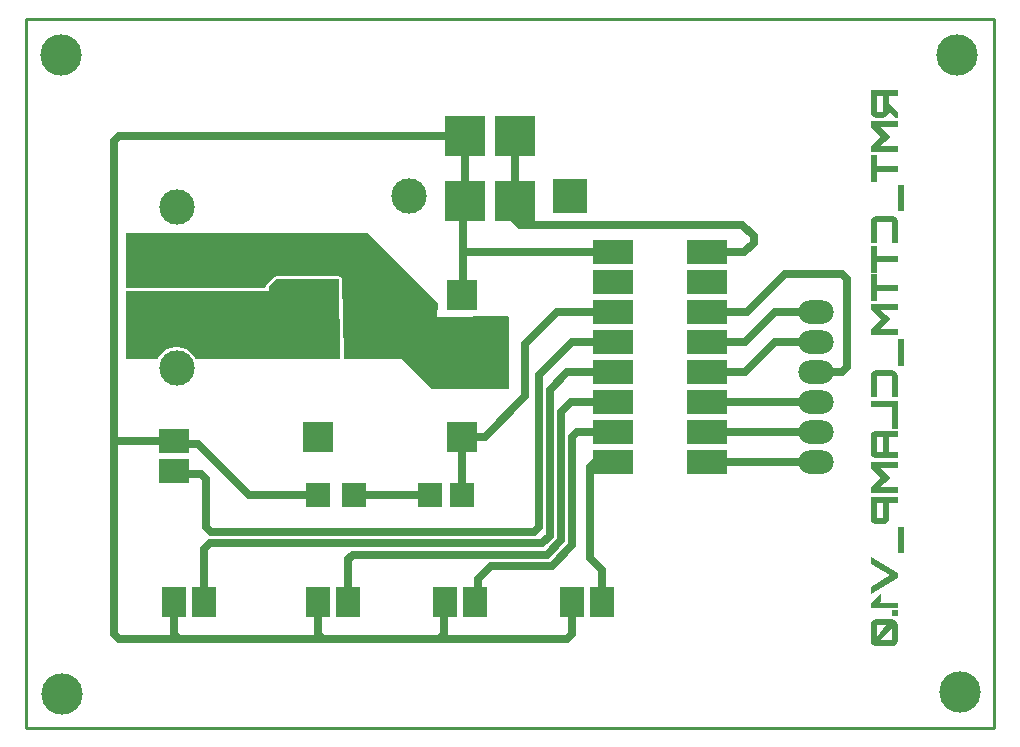
<source format=gbr>
%FSTAX23Y23*%
%MOIN*%
%SFA1B1*%

%IPPOS*%
%ADD10R,0.098425X0.098425*%
%ADD11R,0.137795X0.137795*%
%ADD12R,0.118110X0.118110*%
%ADD13C,0.118110*%
%ADD14R,0.137795X0.137795*%
%ADD15R,0.078740X0.098425*%
%ADD16O,0.118110X0.078740*%
%ADD17R,0.137795X0.078740*%
%ADD18R,0.098425X0.078740*%
%ADD19C,0.137795*%
%ADD20R,0.078740X0.078740*%
%ADD21R,0.078740X0.078740*%
%ADD22C,0.010000*%
%ADD23C,0.027559*%
%LNclamp_pcb_copper_signal_bot-1*%
%LPD*%
G36*
X01049Y01233D02*
X01046Y0123D01*
X00565*
X00564Y01232*
X00556Y01243*
X00547Y01253*
X00535Y01261*
X00523Y01266*
X00509Y01269*
X00496*
X00482Y01266*
X0047Y01261*
X00459Y01253*
X00449Y01243*
X00441Y01232*
X0044Y0123*
X00335*
Y01455*
X0081*
Y0147*
X00835Y01495*
X01045*
X01049Y01233*
G37*
G36*
X01375Y01415D02*
X0137Y0137D01*
X01606Y01372*
X0161Y01369*
Y0113*
X01355*
X01255Y0123*
X01064*
X0106Y01233*
X0106Y01233*
X01055Y01495*
X01054Y01497*
X01054Y01498*
X01054Y01498*
X01054Y01499*
X01053Y015*
X01052Y01502*
X01052Y01502*
X01052Y01502*
X0105Y01503*
X01048Y01504*
X01048Y01504*
X01048Y01504*
X01046Y01504*
X01045Y01505*
X00835*
X00831Y01504*
X00827Y01502*
X00802Y01477*
X008Y01473*
X00799Y0147*
Y01465*
X00335*
Y0165*
X0114*
X01375Y01415*
G37*
G36*
X02906Y02105D02*
X02877D01*
X02877Y02079*
X02906Y02054*
Y02034*
X029*
X02877Y02054*
X02877Y02079*
X02875Y02081*
Y02055*
X02877Y02054*
X02877Y02053*
X02876Y02051*
X02876Y02049*
X02876Y02047*
X02875Y02046*
X02875Y02045*
X02875Y02044*
X02874Y02044*
X02874Y02043*
X02873Y02042*
X02872Y02041*
X02871Y02039*
X0287Y02038*
X02869Y02038*
X02868Y02037*
X02867Y02037*
X02867Y02037*
X02866Y02036*
X02864Y02035*
X02862Y02035*
X02861Y02034*
X0286Y02034*
X02859Y02034*
X02858*
X02858*
X02835*
X02833Y02034*
X02831Y02034*
X0283Y02035*
X02828Y02035*
X02827Y02036*
X02826Y02036*
X02826Y02037*
X02825Y02037*
X02824Y02038*
X02823Y02039*
X02821Y0204*
X0282Y02041*
X0282Y02042*
X02819Y02043*
X02819Y02043*
X02819Y02043*
X02818Y02045*
X02817Y02047*
X02817Y02048*
X02816Y0205*
X02816Y02051*
X02816Y02052*
Y02125*
X02906*
Y02105*
G37*
G36*
Y02002D02*
X02846D01*
X02883Y0197*
X02846Y01939*
X02906*
Y0192*
X02816*
Y0194*
X02852Y0197*
X02816Y02001*
Y02021*
X02906*
Y02002*
G37*
G36*
X02836Y01874D02*
X02906D01*
Y01854*
X02836*
Y01819*
X02816*
Y01909*
X02836*
Y01874*
G37*
G36*
X02926Y01721D02*
X02906D01*
Y01809*
X02926*
Y01721*
G37*
G36*
X0289Y01705D02*
X02891Y01705D01*
X02893Y01705*
X02894Y01704*
X02896Y01704*
X02896Y01703*
X02897Y01703*
X02897Y01703*
X02899Y01702*
X029Y01701*
X02901Y017*
X02902Y01698*
X02903Y01698*
X02903Y01697*
X02904Y01696*
X02904Y01696*
X02905Y01695*
X02905Y01693*
X02906Y01691*
X02906Y0169*
X02906Y01689*
X02906Y01688*
Y01615*
X02887*
Y01682*
X02887Y01683*
X02886Y01684*
X02886Y01685*
X02886Y01685*
X02885Y01686*
X02884Y01686*
X02883Y01686*
X02883*
X02883*
X0284*
X02838Y01686*
X02837Y01685*
X02837Y01685*
X02837Y01685*
X02836Y01684*
X02836Y01683*
X02836Y01682*
Y01615*
X02816*
Y01687*
X02816Y01689*
X02816Y0169*
X02817Y01692*
X02817Y01693*
X02818Y01695*
X02818Y01695*
X02818Y01696*
X02818Y01696*
X0282Y01698*
X02821Y01699*
X02822Y017*
X02823Y01701*
X02824Y01702*
X02825Y01702*
X02825Y01703*
X02825Y01703*
X02827Y01704*
X02828Y01704*
X0283Y01705*
X02831Y01705*
X02833Y01705*
X02834Y01705*
X02834*
X02834*
X02888*
X0289Y01705*
G37*
G36*
X02836Y01571D02*
X02906D01*
Y01552*
X02836*
Y01516*
X02816*
Y01607*
X02836*
Y01571*
G37*
G36*
Y01476D02*
X02906D01*
Y01456*
X02836*
Y01421*
X02816*
Y01511*
X02836*
Y01476*
G37*
G36*
X02906Y01392D02*
X02846D01*
X02883Y01361*
X02846Y0133*
X02906*
Y0131*
X02816*
Y0133*
X02852Y01361*
X02816Y01391*
Y01412*
X02906*
Y01392*
G37*
G36*
X02926Y01206D02*
X02906D01*
Y01295*
X02926*
Y01206*
G37*
G36*
X0289Y01191D02*
X02891Y01191D01*
X02893Y0119*
X02894Y0119*
X02896Y01189*
X02896Y01189*
X02897Y01189*
X02897Y01189*
X02899Y01188*
X029Y01187*
X02901Y01185*
X02902Y01184*
X02903Y01183*
X02903Y01183*
X02904Y01182*
X02904Y01182*
X02905Y0118*
X02905Y01179*
X02906Y01177*
X02906Y01176*
X02906Y01174*
X02906Y01173*
Y01101*
X02887*
Y01168*
X02887Y01169*
X02886Y0117*
X02886Y0117*
X02886Y01171*
X02885Y01171*
X02884Y01172*
X02883Y01172*
X02883*
X02883*
X0284*
X02838Y01172*
X02837Y01171*
X02837Y01171*
X02837Y01171*
X02836Y0117*
X02836Y01169*
X02836Y01168*
Y01101*
X02816*
Y01173*
X02816Y01174*
X02816Y01176*
X02817Y01178*
X02817Y01179*
X02818Y0118*
X02818Y01181*
X02818Y01182*
X02818Y01182*
X0282Y01183*
X02821Y01185*
X02822Y01186*
X02823Y01187*
X02824Y01188*
X02825Y01188*
X02825Y01189*
X02825Y01189*
X02827Y01189*
X02828Y0119*
X0283Y0119*
X02831Y01191*
X02833Y01191*
X02834Y01191*
X02834*
X02834*
X02888*
X0289Y01191*
G37*
G36*
X02906Y00997D02*
X02887D01*
Y01068*
X02816*
Y01088*
X02906*
Y00997*
G37*
G36*
Y0097D02*
X02877D01*
Y00919*
X02906*
Y00899*
X02834*
X02833Y009*
X02831Y009*
X02829Y009*
X02828Y00901*
X02827Y00901*
X02826Y00902*
X02825Y00902*
X02825Y00902*
X02824Y00903*
X02822Y00904*
X02821Y00905*
X0282Y00906*
X0282Y00907*
X02819Y00908*
X02819Y00909*
X02818Y00909*
X02818Y0091*
X02817Y00912*
X02817Y00914*
X02816Y00915*
X02816Y00916*
X02816Y00917*
Y00971*
X02816Y00973*
X02816Y00975*
X02817Y00977*
X02817Y00978*
X02818Y00979*
X02818Y0098*
X02818Y00981*
X02818Y00981*
X0282Y00982*
X02821Y00983*
X02822Y00985*
X02823Y00986*
X02824Y00986*
X02825Y00987*
X02825Y00987*
X02825Y00987*
X02827Y00988*
X02828Y00989*
X0283Y00989*
X02831Y0099*
X02833Y0099*
X02834Y0099*
X02834*
X02834*
X02906*
Y0097*
G37*
G36*
Y00866D02*
X02846D01*
X02883Y00834*
X02846Y00803*
X02906*
Y00784*
X02816*
Y00804*
X02852Y00834*
X02816Y00865*
Y00885*
X02906*
Y00866*
G37*
G36*
Y00749D02*
X02877D01*
X02877Y00697*
X02876Y00695*
X02876Y00693*
X02876Y00692*
X02875Y0069*
X02875Y00689*
X02875Y00688*
X02874Y00688*
X02874Y00688*
X02873Y00686*
X02872Y00685*
X02871Y00684*
X0287Y00683*
X02869Y00682*
X02868Y00681*
X02867Y00681*
X02867Y00681*
X02866Y0068*
X02864Y00679*
X02862Y00679*
X02861Y00679*
X0286Y00678*
X02859Y00678*
X02858*
X02858*
X02835*
X02833Y00678*
X02831Y00679*
X0283Y00679*
X02828Y0068*
X02827Y0068*
X02826Y00681*
X02826Y00681*
X02825Y00681*
X02824Y00682*
X02823Y00683*
X02821Y00684*
X0282Y00685*
X0282Y00686*
X02819Y00687*
X02819Y00687*
X02819Y00688*
X02818Y00689*
X02817Y00691*
X02817Y00692*
X02816Y00694*
X02816Y00695*
X02816Y00696*
Y00769*
X02906*
Y00749*
G37*
G36*
X02926Y00581D02*
X02906D01*
Y0067*
X02926*
Y00581*
G37*
G36*
X02906Y00516D02*
Y00499D01*
X02816Y00447*
Y0047*
X02882Y00508*
X02816Y00546*
Y00568*
X02906Y00516*
G37*
G36*
X0285Y00421D02*
X02845Y00417D01*
X02906*
Y00398*
X02816*
Y00417*
X0285Y00446*
Y00421*
G37*
G36*
X02906Y00371D02*
X02887D01*
Y00391*
X02906*
Y00371*
G37*
G36*
X02889Y00361D02*
X0289Y00361D01*
X02892Y0036*
X02893Y0036*
X02894Y00359*
X02895Y00359*
X02896Y00359*
X02896Y00359*
X02898Y00357*
X02899Y00356*
X029Y00355*
X02902Y00354*
X02902Y00353*
X02903Y00353*
X02903Y00352*
X02904Y00352*
X02904Y0035*
X02905Y00349*
X02906Y00347*
X02906Y00346*
X02906Y00345*
X02906Y00344*
Y00291*
X02906Y00289*
X02906Y00287*
X02905Y00285*
X02905Y00284*
X02904Y00283*
X02904Y00282*
X02904Y00282*
X02904Y00282*
X02902Y0028*
X02901Y00279*
X029Y00278*
X02899Y00277*
X02898Y00276*
X02897Y00275*
X02896Y00275*
X02896Y00275*
X02894Y00274*
X02893Y00273*
X02891Y00273*
X0289Y00272*
X02889Y00272*
X02888Y00272*
X02887*
X02887*
X02835*
X02833Y00272*
X02831Y00273*
X0283Y00273*
X02828Y00274*
X02827Y00274*
X02826Y00274*
X02826Y00275*
X02825Y00275*
X02824Y00276*
X02823Y00277*
X02821Y00278*
X0282Y00279*
X0282Y0028*
X02819Y00281*
X02819Y00281*
X02818Y00282*
X02818Y00283*
X02817Y00285*
X02817Y00286*
X02816Y00288*
X02816Y00289*
X02816Y0029*
Y00343*
X02816Y00345*
X02816Y00346*
X02817Y00348*
X02817Y00349*
X02818Y0035*
X02818Y00351*
X02818Y00352*
X02818Y00352*
X0282Y00353*
X02821Y00355*
X02822Y00356*
X02823Y00357*
X02824Y00357*
X02825Y00358*
X02825Y00358*
X02825Y00359*
X02827Y00359*
X02829Y0036*
X0283Y0036*
X02832Y00361*
X02833Y00361*
X02834Y00361*
X02834*
X02835*
X02887*
X02889Y00361*
G37*
%LNclamp_pcb_copper_signal_bot-2*%
%LPC*%
G36*
X01534Y0123D02*
X01524Y01228D01*
X01516Y01223*
X01515Y01222*
X0151Y01214*
X01508Y01205*
X0151Y01195*
X01515Y01187*
X01523Y01182*
X01532Y0118*
X01542Y01182*
X01549Y01187*
X01551Y01189*
X01556Y01196*
X01558Y01206*
X01556Y01215*
X01551Y01223*
X01543Y01228*
X01534Y0123*
G37*
G36*
X02857Y02105D02*
X02836D01*
Y02054*
X02857*
Y02105*
G37*
G36*
X02858Y0097D02*
X02836D01*
Y00919*
X02858*
Y0097*
G37*
G36*
X02857Y00749D02*
X02836D01*
Y00698*
X02857*
Y00749*
G37*
G36*
X02869Y00342D02*
X02836D01*
Y00302*
X02869Y00342*
G37*
G36*
X02886Y00332D02*
X02852Y00292D01*
X02886*
Y00332*
G37*
%LNclamp_pcb_copper_signal_bot-3*%
%LPD*%
G54D10*
X01455Y01442D03*
Y0097D03*
X00975D03*
Y01442D03*
X01534Y01206D03*
G54D11*
X0163Y01755D03*
Y01971D03*
X01464D03*
Y01755D03*
G54D12*
X01815Y01773D03*
G54D13*
X01279Y01773D03*
X00503Y01735D03*
Y01199D03*
G54D14*
X00485Y0155D03*
X00701D03*
Y01385D03*
X00485D03*
G54D15*
X00595Y0042D03*
X00495D03*
X0192D03*
X0182D03*
X01497D03*
X01397D03*
X01075D03*
X00975D03*
G54D16*
X02634Y00985D03*
Y01085D03*
Y01285D03*
Y00885D03*
Y01385D03*
Y01185D03*
G54D17*
X02271Y00885D03*
Y00985D03*
Y01085D03*
Y01185D03*
Y01285D03*
Y01385D03*
Y01485D03*
Y01585D03*
X01958D03*
Y01485D03*
Y01385D03*
Y01285D03*
Y01185D03*
Y01085D03*
Y00985D03*
Y00885D03*
G54D18*
X00495Y00855D03*
Y00955D03*
G54D19*
X00122Y00114D03*
X03113Y0012D03*
X00119Y02241D03*
X03104Y02244D03*
G54D20*
X01455Y00775D03*
X01349D03*
G54D21*
X00974Y00775D03*
X01095D03*
G54D22*
X0Y0D02*
X03228D01*
X0Y02362D02*
X03228D01*
Y0D02*
Y02362D01*
X0Y0D02*
Y02362D01*
G54D23*
X0272Y01511D02*
X02736Y01495D01*
X0272Y01185D02*
X02736Y01201D01*
X0253Y01511D02*
X0272D01*
X02736Y01201D02*
Y01495D01*
X02634Y01185D02*
X0272D01*
X02271Y01385D02*
X02403D01*
X0253Y01511*
X02396Y01285D02*
X02496Y01385D01*
X02634*
X02271Y01285D02*
X02396D01*
Y01185D02*
X02496Y01285D01*
X02634*
X02271Y01185D02*
X02396D01*
X02271Y01085D02*
X02634D01*
X02271Y00985D02*
X02634D01*
X02271Y00885D02*
X02634D01*
X02395Y01585D02*
X02426Y01616D01*
Y01638*
X02389Y01675D02*
X02426Y01638D01*
X01646Y01675D02*
X02389D01*
X02271Y01585D02*
X02395D01*
X00745Y00775D02*
X00974D01*
X00504Y00945D02*
X00574D01*
X00745Y00775*
X00495Y00955D02*
X00504Y00945D01*
X0163Y01691D02*
Y01971D01*
Y01691D02*
X01646Y01675D01*
X0177Y01385D02*
X01958D01*
X01665Y0128D02*
X0177Y01385D01*
X01665Y01105D02*
Y0128D01*
X0182Y01285D02*
X01958D01*
X0171Y00668D02*
Y01175D01*
X0182Y01285*
X00616Y00652D02*
X01693D01*
X0171Y00668*
X01722Y00615D02*
X01747Y0064D01*
X01753Y0054D02*
X01822Y00609D01*
X01737Y00577D02*
X01785Y00625D01*
X01459Y01585D02*
X01958D01*
X01459Y01447D02*
Y01585D01*
Y0175*
X01378Y00295D02*
X01803D01*
X00295Y00955D02*
D01*
X00495*
X00295Y00311D02*
Y00955D01*
X0192Y00421D02*
Y00525D01*
X0188Y00565D02*
Y00868D01*
Y00565D02*
X0192Y00525D01*
X0188Y00868D02*
X01896Y00885D01*
X01958*
X00295Y00311D02*
X00311Y00295D01*
X00511*
X00295Y00955D02*
Y01955D01*
X00311Y01971D02*
X01464D01*
X00295Y01955D02*
X00311Y01971D01*
X01459Y0175D02*
X01464Y01755D01*
X01455Y01442D02*
X01459Y01447D01*
X01464Y01755D02*
Y01971D01*
X01532Y01205D02*
X01534Y01206D01*
X01747Y01127D02*
X01805Y01185D01*
X01747Y0064D02*
Y01127D01*
X01805Y01185D02*
X01958D01*
X0153Y0097D02*
X01665Y01105D01*
X01455Y0097D02*
X0153D01*
X01455Y00775D02*
Y0097D01*
Y00775D02*
X01455D01*
X01455Y0097D02*
D01*
X01818Y01085D02*
X01958D01*
X01785Y00625D02*
Y01052D01*
X01818Y01085*
X00511Y00295D02*
X00991D01*
X00495Y00311D02*
Y0042D01*
Y00311D02*
X00511Y00295D01*
X00583Y00845D02*
X006Y00829D01*
X00504Y00845D02*
X00583D01*
X006Y00668D02*
Y00829D01*
X00595Y00595D02*
X00615Y00615D01*
X00595Y0042D02*
Y00595D01*
X00615Y00615D02*
X01722D01*
X01091Y00577D02*
X01737D01*
X01075Y0042D02*
Y00561D01*
X01091Y00577*
X006Y00668D02*
X00616Y00652D01*
X01507Y00496D02*
X01551Y0054D01*
X01753*
X01822Y00609D02*
Y00968D01*
X01838Y00985D02*
X01958D01*
X01822Y00968D02*
X01838Y00985D01*
X00495Y00855D02*
X00504Y00845D01*
X01095Y00775D02*
X01349D01*
X00965Y00429D02*
X00975Y0042D01*
X00974Y00775D02*
X00975D01*
Y00311D02*
Y0042D01*
Y00311D02*
X00991Y00295D01*
X01378*
X01395Y00311*
Y00417*
X01397Y0042*
X01803Y00295D02*
X0182Y00311D01*
Y0042*
X01497D02*
X01507Y00429D01*
Y00496*
M02*
</source>
